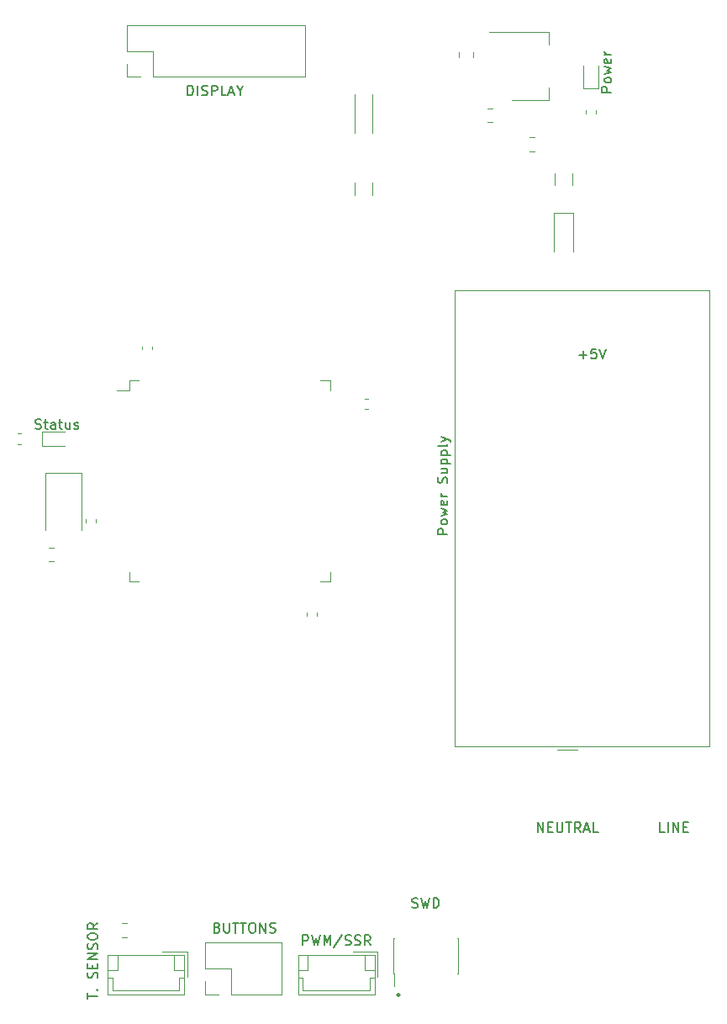
<source format=gbr>
G04 #@! TF.GenerationSoftware,KiCad,Pcbnew,(5.1.6)-1*
G04 #@! TF.CreationDate,2020-05-29T02:21:24-04:00*
G04 #@! TF.ProjectId,T-ShirtPress,542d5368-6972-4745-9072-6573732e6b69,rev?*
G04 #@! TF.SameCoordinates,Original*
G04 #@! TF.FileFunction,Legend,Top*
G04 #@! TF.FilePolarity,Positive*
%FSLAX46Y46*%
G04 Gerber Fmt 4.6, Leading zero omitted, Abs format (unit mm)*
G04 Created by KiCad (PCBNEW (5.1.6)-1) date 2020-05-29 02:21:24*
%MOMM*%
%LPD*%
G01*
G04 APERTURE LIST*
%ADD10C,0.150000*%
%ADD11C,0.120000*%
G04 APERTURE END LIST*
D10*
X75000000Y-128571428D02*
X75142857Y-128714285D01*
X75000000Y-128857142D01*
X74857142Y-128714285D01*
X75000000Y-128571428D01*
X75000000Y-128857142D01*
X93214285Y-64321428D02*
X93976190Y-64321428D01*
X93595238Y-64702380D02*
X93595238Y-63940476D01*
X94928571Y-63702380D02*
X94452380Y-63702380D01*
X94404761Y-64178571D01*
X94452380Y-64130952D01*
X94547619Y-64083333D01*
X94785714Y-64083333D01*
X94880952Y-64130952D01*
X94928571Y-64178571D01*
X94976190Y-64273809D01*
X94976190Y-64511904D01*
X94928571Y-64607142D01*
X94880952Y-64654761D01*
X94785714Y-64702380D01*
X94547619Y-64702380D01*
X94452380Y-64654761D01*
X94404761Y-64607142D01*
X95261904Y-63702380D02*
X95595238Y-64702380D01*
X95928571Y-63702380D01*
X53761904Y-38202380D02*
X53761904Y-37202380D01*
X54000000Y-37202380D01*
X54142857Y-37250000D01*
X54238095Y-37345238D01*
X54285714Y-37440476D01*
X54333333Y-37630952D01*
X54333333Y-37773809D01*
X54285714Y-37964285D01*
X54238095Y-38059523D01*
X54142857Y-38154761D01*
X54000000Y-38202380D01*
X53761904Y-38202380D01*
X54761904Y-38202380D02*
X54761904Y-37202380D01*
X55190476Y-38154761D02*
X55333333Y-38202380D01*
X55571428Y-38202380D01*
X55666666Y-38154761D01*
X55714285Y-38107142D01*
X55761904Y-38011904D01*
X55761904Y-37916666D01*
X55714285Y-37821428D01*
X55666666Y-37773809D01*
X55571428Y-37726190D01*
X55380952Y-37678571D01*
X55285714Y-37630952D01*
X55238095Y-37583333D01*
X55190476Y-37488095D01*
X55190476Y-37392857D01*
X55238095Y-37297619D01*
X55285714Y-37250000D01*
X55380952Y-37202380D01*
X55619047Y-37202380D01*
X55761904Y-37250000D01*
X56190476Y-38202380D02*
X56190476Y-37202380D01*
X56571428Y-37202380D01*
X56666666Y-37250000D01*
X56714285Y-37297619D01*
X56761904Y-37392857D01*
X56761904Y-37535714D01*
X56714285Y-37630952D01*
X56666666Y-37678571D01*
X56571428Y-37726190D01*
X56190476Y-37726190D01*
X57666666Y-38202380D02*
X57190476Y-38202380D01*
X57190476Y-37202380D01*
X57952380Y-37916666D02*
X58428571Y-37916666D01*
X57857142Y-38202380D02*
X58190476Y-37202380D01*
X58523809Y-38202380D01*
X59047619Y-37726190D02*
X59047619Y-38202380D01*
X58714285Y-37202380D02*
X59047619Y-37726190D01*
X59380952Y-37202380D01*
X43702380Y-129107142D02*
X43702380Y-128535714D01*
X44702380Y-128821428D02*
X43702380Y-128821428D01*
X44607142Y-128202380D02*
X44654761Y-128154761D01*
X44702380Y-128202380D01*
X44654761Y-128250000D01*
X44607142Y-128202380D01*
X44702380Y-128202380D01*
X44654761Y-127011904D02*
X44702380Y-126869047D01*
X44702380Y-126630952D01*
X44654761Y-126535714D01*
X44607142Y-126488095D01*
X44511904Y-126440476D01*
X44416666Y-126440476D01*
X44321428Y-126488095D01*
X44273809Y-126535714D01*
X44226190Y-126630952D01*
X44178571Y-126821428D01*
X44130952Y-126916666D01*
X44083333Y-126964285D01*
X43988095Y-127011904D01*
X43892857Y-127011904D01*
X43797619Y-126964285D01*
X43750000Y-126916666D01*
X43702380Y-126821428D01*
X43702380Y-126583333D01*
X43750000Y-126440476D01*
X44178571Y-126011904D02*
X44178571Y-125678571D01*
X44702380Y-125535714D02*
X44702380Y-126011904D01*
X43702380Y-126011904D01*
X43702380Y-125535714D01*
X44702380Y-125107142D02*
X43702380Y-125107142D01*
X44702380Y-124535714D01*
X43702380Y-124535714D01*
X44654761Y-124107142D02*
X44702380Y-123964285D01*
X44702380Y-123726190D01*
X44654761Y-123630952D01*
X44607142Y-123583333D01*
X44511904Y-123535714D01*
X44416666Y-123535714D01*
X44321428Y-123583333D01*
X44273809Y-123630952D01*
X44226190Y-123726190D01*
X44178571Y-123916666D01*
X44130952Y-124011904D01*
X44083333Y-124059523D01*
X43988095Y-124107142D01*
X43892857Y-124107142D01*
X43797619Y-124059523D01*
X43750000Y-124011904D01*
X43702380Y-123916666D01*
X43702380Y-123678571D01*
X43750000Y-123535714D01*
X43702380Y-122916666D02*
X43702380Y-122726190D01*
X43750000Y-122630952D01*
X43845238Y-122535714D01*
X44035714Y-122488095D01*
X44369047Y-122488095D01*
X44559523Y-122535714D01*
X44654761Y-122630952D01*
X44702380Y-122726190D01*
X44702380Y-122916666D01*
X44654761Y-123011904D01*
X44559523Y-123107142D01*
X44369047Y-123154761D01*
X44035714Y-123154761D01*
X43845238Y-123107142D01*
X43750000Y-123011904D01*
X43702380Y-122916666D01*
X44702380Y-121488095D02*
X44226190Y-121821428D01*
X44702380Y-122059523D02*
X43702380Y-122059523D01*
X43702380Y-121678571D01*
X43750000Y-121583333D01*
X43797619Y-121535714D01*
X43892857Y-121488095D01*
X44035714Y-121488095D01*
X44130952Y-121535714D01*
X44178571Y-121583333D01*
X44226190Y-121678571D01*
X44226190Y-122059523D01*
X56761904Y-121928571D02*
X56904761Y-121976190D01*
X56952380Y-122023809D01*
X57000000Y-122119047D01*
X57000000Y-122261904D01*
X56952380Y-122357142D01*
X56904761Y-122404761D01*
X56809523Y-122452380D01*
X56428571Y-122452380D01*
X56428571Y-121452380D01*
X56761904Y-121452380D01*
X56857142Y-121500000D01*
X56904761Y-121547619D01*
X56952380Y-121642857D01*
X56952380Y-121738095D01*
X56904761Y-121833333D01*
X56857142Y-121880952D01*
X56761904Y-121928571D01*
X56428571Y-121928571D01*
X57428571Y-121452380D02*
X57428571Y-122261904D01*
X57476190Y-122357142D01*
X57523809Y-122404761D01*
X57619047Y-122452380D01*
X57809523Y-122452380D01*
X57904761Y-122404761D01*
X57952380Y-122357142D01*
X58000000Y-122261904D01*
X58000000Y-121452380D01*
X58333333Y-121452380D02*
X58904761Y-121452380D01*
X58619047Y-122452380D02*
X58619047Y-121452380D01*
X59095238Y-121452380D02*
X59666666Y-121452380D01*
X59380952Y-122452380D02*
X59380952Y-121452380D01*
X60190476Y-121452380D02*
X60380952Y-121452380D01*
X60476190Y-121500000D01*
X60571428Y-121595238D01*
X60619047Y-121785714D01*
X60619047Y-122119047D01*
X60571428Y-122309523D01*
X60476190Y-122404761D01*
X60380952Y-122452380D01*
X60190476Y-122452380D01*
X60095238Y-122404761D01*
X60000000Y-122309523D01*
X59952380Y-122119047D01*
X59952380Y-121785714D01*
X60000000Y-121595238D01*
X60095238Y-121500000D01*
X60190476Y-121452380D01*
X61047619Y-122452380D02*
X61047619Y-121452380D01*
X61619047Y-122452380D01*
X61619047Y-121452380D01*
X62047619Y-122404761D02*
X62190476Y-122452380D01*
X62428571Y-122452380D01*
X62523809Y-122404761D01*
X62571428Y-122357142D01*
X62619047Y-122261904D01*
X62619047Y-122166666D01*
X62571428Y-122071428D01*
X62523809Y-122023809D01*
X62428571Y-121976190D01*
X62238095Y-121928571D01*
X62142857Y-121880952D01*
X62095238Y-121833333D01*
X62047619Y-121738095D01*
X62047619Y-121642857D01*
X62095238Y-121547619D01*
X62142857Y-121500000D01*
X62238095Y-121452380D01*
X62476190Y-121452380D01*
X62619047Y-121500000D01*
X65369047Y-123702380D02*
X65369047Y-122702380D01*
X65750000Y-122702380D01*
X65845238Y-122750000D01*
X65892857Y-122797619D01*
X65940476Y-122892857D01*
X65940476Y-123035714D01*
X65892857Y-123130952D01*
X65845238Y-123178571D01*
X65750000Y-123226190D01*
X65369047Y-123226190D01*
X66273809Y-122702380D02*
X66511904Y-123702380D01*
X66702380Y-122988095D01*
X66892857Y-123702380D01*
X67130952Y-122702380D01*
X67511904Y-123702380D02*
X67511904Y-122702380D01*
X67845238Y-123416666D01*
X68178571Y-122702380D01*
X68178571Y-123702380D01*
X69369047Y-122654761D02*
X68511904Y-123940476D01*
X69654761Y-123654761D02*
X69797619Y-123702380D01*
X70035714Y-123702380D01*
X70130952Y-123654761D01*
X70178571Y-123607142D01*
X70226190Y-123511904D01*
X70226190Y-123416666D01*
X70178571Y-123321428D01*
X70130952Y-123273809D01*
X70035714Y-123226190D01*
X69845238Y-123178571D01*
X69750000Y-123130952D01*
X69702380Y-123083333D01*
X69654761Y-122988095D01*
X69654761Y-122892857D01*
X69702380Y-122797619D01*
X69750000Y-122750000D01*
X69845238Y-122702380D01*
X70083333Y-122702380D01*
X70226190Y-122750000D01*
X70607142Y-123654761D02*
X70750000Y-123702380D01*
X70988095Y-123702380D01*
X71083333Y-123654761D01*
X71130952Y-123607142D01*
X71178571Y-123511904D01*
X71178571Y-123416666D01*
X71130952Y-123321428D01*
X71083333Y-123273809D01*
X70988095Y-123226190D01*
X70797619Y-123178571D01*
X70702380Y-123130952D01*
X70654761Y-123083333D01*
X70607142Y-122988095D01*
X70607142Y-122892857D01*
X70654761Y-122797619D01*
X70702380Y-122750000D01*
X70797619Y-122702380D01*
X71035714Y-122702380D01*
X71178571Y-122750000D01*
X72178571Y-123702380D02*
X71845238Y-123226190D01*
X71607142Y-123702380D02*
X71607142Y-122702380D01*
X71988095Y-122702380D01*
X72083333Y-122750000D01*
X72130952Y-122797619D01*
X72178571Y-122892857D01*
X72178571Y-123035714D01*
X72130952Y-123130952D01*
X72083333Y-123178571D01*
X71988095Y-123226190D01*
X71607142Y-123226190D01*
X76392857Y-119904761D02*
X76535714Y-119952380D01*
X76773809Y-119952380D01*
X76869047Y-119904761D01*
X76916666Y-119857142D01*
X76964285Y-119761904D01*
X76964285Y-119666666D01*
X76916666Y-119571428D01*
X76869047Y-119523809D01*
X76773809Y-119476190D01*
X76583333Y-119428571D01*
X76488095Y-119380952D01*
X76440476Y-119333333D01*
X76392857Y-119238095D01*
X76392857Y-119142857D01*
X76440476Y-119047619D01*
X76488095Y-119000000D01*
X76583333Y-118952380D01*
X76821428Y-118952380D01*
X76964285Y-119000000D01*
X77297619Y-118952380D02*
X77535714Y-119952380D01*
X77726190Y-119238095D01*
X77916666Y-119952380D01*
X78154761Y-118952380D01*
X78535714Y-119952380D02*
X78535714Y-118952380D01*
X78773809Y-118952380D01*
X78916666Y-119000000D01*
X79011904Y-119095238D01*
X79059523Y-119190476D01*
X79107142Y-119380952D01*
X79107142Y-119523809D01*
X79059523Y-119714285D01*
X79011904Y-119809523D01*
X78916666Y-119904761D01*
X78773809Y-119952380D01*
X78535714Y-119952380D01*
D11*
X84458578Y-40910000D02*
X83941422Y-40910000D01*
X84458578Y-39490000D02*
X83941422Y-39490000D01*
X82510000Y-34358578D02*
X82510000Y-33841422D01*
X81090000Y-34358578D02*
X81090000Y-33841422D01*
X50210000Y-63762779D02*
X50210000Y-63437221D01*
X49190000Y-63762779D02*
X49190000Y-63437221D01*
X65790000Y-90237221D02*
X65790000Y-90562779D01*
X66810000Y-90237221D02*
X66810000Y-90562779D01*
X71637221Y-68690000D02*
X71962779Y-68690000D01*
X71637221Y-69710000D02*
X71962779Y-69710000D01*
X92650000Y-50050000D02*
X92650000Y-53950000D01*
X90650000Y-50050000D02*
X90650000Y-53950000D01*
X92650000Y-50050000D02*
X90650000Y-50050000D01*
X92560000Y-47202064D02*
X92560000Y-45997936D01*
X90740000Y-47202064D02*
X90740000Y-45997936D01*
X88191422Y-42390000D02*
X88708578Y-42390000D01*
X88191422Y-43810000D02*
X88708578Y-43810000D01*
X40258578Y-83690000D02*
X39741422Y-83690000D01*
X40258578Y-85110000D02*
X39741422Y-85110000D01*
X80920000Y-122985000D02*
X80985000Y-122985000D01*
X80920000Y-126515000D02*
X80985000Y-126515000D01*
X74515000Y-122985000D02*
X74580000Y-122985000D01*
X74515000Y-126515000D02*
X74580000Y-126515000D01*
X74580000Y-127840000D02*
X74580000Y-126515000D01*
X80985000Y-126515000D02*
X80985000Y-122985000D01*
X74515000Y-126515000D02*
X74515000Y-122985000D01*
X53410000Y-128710000D02*
X53410000Y-124690000D01*
X53410000Y-124690000D02*
X45690000Y-124690000D01*
X45690000Y-124690000D02*
X45690000Y-128710000D01*
X45690000Y-128710000D02*
X53410000Y-128710000D01*
X53410000Y-127000000D02*
X52910000Y-127000000D01*
X52910000Y-127000000D02*
X52910000Y-128210000D01*
X52910000Y-128210000D02*
X46190000Y-128210000D01*
X46190000Y-128210000D02*
X46190000Y-127000000D01*
X46190000Y-127000000D02*
X45690000Y-127000000D01*
X53410000Y-126190000D02*
X52410000Y-126190000D01*
X52410000Y-126190000D02*
X52410000Y-124690000D01*
X45690000Y-126190000D02*
X46690000Y-126190000D01*
X46690000Y-126190000D02*
X46690000Y-124690000D01*
X53710000Y-126890000D02*
X53710000Y-124390000D01*
X53710000Y-124390000D02*
X51210000Y-124390000D01*
X72910000Y-124390000D02*
X70410000Y-124390000D01*
X72910000Y-126890000D02*
X72910000Y-124390000D01*
X65890000Y-126190000D02*
X65890000Y-124690000D01*
X64890000Y-126190000D02*
X65890000Y-126190000D01*
X71610000Y-126190000D02*
X71610000Y-124690000D01*
X72610000Y-126190000D02*
X71610000Y-126190000D01*
X65390000Y-127000000D02*
X64890000Y-127000000D01*
X65390000Y-128210000D02*
X65390000Y-127000000D01*
X72110000Y-128210000D02*
X65390000Y-128210000D01*
X72110000Y-127000000D02*
X72110000Y-128210000D01*
X72610000Y-127000000D02*
X72110000Y-127000000D01*
X64890000Y-128710000D02*
X72610000Y-128710000D01*
X64890000Y-124690000D02*
X64890000Y-128710000D01*
X72610000Y-124690000D02*
X64890000Y-124690000D01*
X72610000Y-128710000D02*
X72610000Y-124690000D01*
X80700000Y-103700000D02*
X106300000Y-103700000D01*
X106300000Y-103700000D02*
X106300000Y-57800000D01*
X80700000Y-103700000D02*
X80700000Y-57800000D01*
X80700000Y-57800000D02*
X106300000Y-57800000D01*
X91000000Y-104000000D02*
X93000000Y-104000000D01*
X47658578Y-121490000D02*
X47141422Y-121490000D01*
X47658578Y-122910000D02*
X47141422Y-122910000D01*
X44510000Y-80837221D02*
X44510000Y-81162779D01*
X43490000Y-80837221D02*
X43490000Y-81162779D01*
X70580000Y-38120000D02*
X70580000Y-41960000D01*
X72420000Y-38120000D02*
X72420000Y-41960000D01*
X70590000Y-46997936D02*
X70590000Y-48202064D01*
X72410000Y-46997936D02*
X72410000Y-48202064D01*
X84150000Y-31840000D02*
X90160000Y-31840000D01*
X86400000Y-38660000D02*
X90160000Y-38660000D01*
X90160000Y-31840000D02*
X90160000Y-33100000D01*
X90160000Y-38660000D02*
X90160000Y-37400000D01*
X47890000Y-67840000D02*
X46600000Y-67840000D01*
X47890000Y-66890000D02*
X47890000Y-67840000D01*
X48840000Y-66890000D02*
X47890000Y-66890000D01*
X68110000Y-66890000D02*
X68110000Y-67840000D01*
X67160000Y-66890000D02*
X68110000Y-66890000D01*
X47890000Y-87110000D02*
X47890000Y-86160000D01*
X48840000Y-87110000D02*
X47890000Y-87110000D01*
X68110000Y-87110000D02*
X68110000Y-86160000D01*
X67160000Y-87110000D02*
X68110000Y-87110000D01*
X39450000Y-76200000D02*
X39450000Y-81950000D01*
X43050000Y-76200000D02*
X39450000Y-76200000D01*
X43050000Y-81950000D02*
X43050000Y-76200000D01*
X47670000Y-36330000D02*
X47670000Y-35000000D01*
X49000000Y-36330000D02*
X47670000Y-36330000D01*
X47670000Y-33730000D02*
X47670000Y-31130000D01*
X50270000Y-33730000D02*
X47670000Y-33730000D01*
X50270000Y-36330000D02*
X50270000Y-33730000D01*
X47670000Y-31130000D02*
X65570000Y-31130000D01*
X50270000Y-36330000D02*
X65570000Y-36330000D01*
X65570000Y-36330000D02*
X65570000Y-31130000D01*
X63270000Y-128630000D02*
X63270000Y-123430000D01*
X58130000Y-128630000D02*
X63270000Y-128630000D01*
X55530000Y-123430000D02*
X63270000Y-123430000D01*
X58130000Y-128630000D02*
X58130000Y-126030000D01*
X58130000Y-126030000D02*
X55530000Y-126030000D01*
X55530000Y-126030000D02*
X55530000Y-123430000D01*
X56860000Y-128630000D02*
X55530000Y-128630000D01*
X55530000Y-128630000D02*
X55530000Y-127300000D01*
X39115000Y-73485000D02*
X41400000Y-73485000D01*
X39115000Y-72015000D02*
X39115000Y-73485000D01*
X41400000Y-72015000D02*
X39115000Y-72015000D01*
X93665000Y-35200000D02*
X93665000Y-37485000D01*
X93665000Y-37485000D02*
X95135000Y-37485000D01*
X95135000Y-37485000D02*
X95135000Y-35200000D01*
X37000279Y-72240000D02*
X36674721Y-72240000D01*
X37000279Y-73260000D02*
X36674721Y-73260000D01*
X93890000Y-40000279D02*
X93890000Y-39674721D01*
X94910000Y-40000279D02*
X94910000Y-39674721D01*
D10*
X79952380Y-82333333D02*
X78952380Y-82333333D01*
X78952380Y-81952380D01*
X79000000Y-81857142D01*
X79047619Y-81809523D01*
X79142857Y-81761904D01*
X79285714Y-81761904D01*
X79380952Y-81809523D01*
X79428571Y-81857142D01*
X79476190Y-81952380D01*
X79476190Y-82333333D01*
X79952380Y-81190476D02*
X79904761Y-81285714D01*
X79857142Y-81333333D01*
X79761904Y-81380952D01*
X79476190Y-81380952D01*
X79380952Y-81333333D01*
X79333333Y-81285714D01*
X79285714Y-81190476D01*
X79285714Y-81047619D01*
X79333333Y-80952380D01*
X79380952Y-80904761D01*
X79476190Y-80857142D01*
X79761904Y-80857142D01*
X79857142Y-80904761D01*
X79904761Y-80952380D01*
X79952380Y-81047619D01*
X79952380Y-81190476D01*
X79285714Y-80523809D02*
X79952380Y-80333333D01*
X79476190Y-80142857D01*
X79952380Y-79952380D01*
X79285714Y-79761904D01*
X79904761Y-79000000D02*
X79952380Y-79095238D01*
X79952380Y-79285714D01*
X79904761Y-79380952D01*
X79809523Y-79428571D01*
X79428571Y-79428571D01*
X79333333Y-79380952D01*
X79285714Y-79285714D01*
X79285714Y-79095238D01*
X79333333Y-79000000D01*
X79428571Y-78952380D01*
X79523809Y-78952380D01*
X79619047Y-79428571D01*
X79952380Y-78523809D02*
X79285714Y-78523809D01*
X79476190Y-78523809D02*
X79380952Y-78476190D01*
X79333333Y-78428571D01*
X79285714Y-78333333D01*
X79285714Y-78238095D01*
X79904761Y-77190476D02*
X79952380Y-77047619D01*
X79952380Y-76809523D01*
X79904761Y-76714285D01*
X79857142Y-76666666D01*
X79761904Y-76619047D01*
X79666666Y-76619047D01*
X79571428Y-76666666D01*
X79523809Y-76714285D01*
X79476190Y-76809523D01*
X79428571Y-77000000D01*
X79380952Y-77095238D01*
X79333333Y-77142857D01*
X79238095Y-77190476D01*
X79142857Y-77190476D01*
X79047619Y-77142857D01*
X79000000Y-77095238D01*
X78952380Y-77000000D01*
X78952380Y-76761904D01*
X79000000Y-76619047D01*
X79285714Y-75761904D02*
X79952380Y-75761904D01*
X79285714Y-76190476D02*
X79809523Y-76190476D01*
X79904761Y-76142857D01*
X79952380Y-76047619D01*
X79952380Y-75904761D01*
X79904761Y-75809523D01*
X79857142Y-75761904D01*
X79285714Y-75285714D02*
X80285714Y-75285714D01*
X79333333Y-75285714D02*
X79285714Y-75190476D01*
X79285714Y-75000000D01*
X79333333Y-74904761D01*
X79380952Y-74857142D01*
X79476190Y-74809523D01*
X79761904Y-74809523D01*
X79857142Y-74857142D01*
X79904761Y-74904761D01*
X79952380Y-75000000D01*
X79952380Y-75190476D01*
X79904761Y-75285714D01*
X79285714Y-74380952D02*
X80285714Y-74380952D01*
X79333333Y-74380952D02*
X79285714Y-74285714D01*
X79285714Y-74095238D01*
X79333333Y-74000000D01*
X79380952Y-73952380D01*
X79476190Y-73904761D01*
X79761904Y-73904761D01*
X79857142Y-73952380D01*
X79904761Y-74000000D01*
X79952380Y-74095238D01*
X79952380Y-74285714D01*
X79904761Y-74380952D01*
X79952380Y-73333333D02*
X79904761Y-73428571D01*
X79809523Y-73476190D01*
X78952380Y-73476190D01*
X79285714Y-73047619D02*
X79952380Y-72809523D01*
X79285714Y-72571428D02*
X79952380Y-72809523D01*
X80190476Y-72904761D01*
X80238095Y-72952380D01*
X80285714Y-73047619D01*
X101845238Y-112352380D02*
X101369047Y-112352380D01*
X101369047Y-111352380D01*
X102178571Y-112352380D02*
X102178571Y-111352380D01*
X102654761Y-112352380D02*
X102654761Y-111352380D01*
X103226190Y-112352380D01*
X103226190Y-111352380D01*
X103702380Y-111828571D02*
X104035714Y-111828571D01*
X104178571Y-112352380D02*
X103702380Y-112352380D01*
X103702380Y-111352380D01*
X104178571Y-111352380D01*
X89023809Y-112352380D02*
X89023809Y-111352380D01*
X89595238Y-112352380D01*
X89595238Y-111352380D01*
X90071428Y-111828571D02*
X90404761Y-111828571D01*
X90547619Y-112352380D02*
X90071428Y-112352380D01*
X90071428Y-111352380D01*
X90547619Y-111352380D01*
X90976190Y-111352380D02*
X90976190Y-112161904D01*
X91023809Y-112257142D01*
X91071428Y-112304761D01*
X91166666Y-112352380D01*
X91357142Y-112352380D01*
X91452380Y-112304761D01*
X91500000Y-112257142D01*
X91547619Y-112161904D01*
X91547619Y-111352380D01*
X91880952Y-111352380D02*
X92452380Y-111352380D01*
X92166666Y-112352380D02*
X92166666Y-111352380D01*
X93357142Y-112352380D02*
X93023809Y-111876190D01*
X92785714Y-112352380D02*
X92785714Y-111352380D01*
X93166666Y-111352380D01*
X93261904Y-111400000D01*
X93309523Y-111447619D01*
X93357142Y-111542857D01*
X93357142Y-111685714D01*
X93309523Y-111780952D01*
X93261904Y-111828571D01*
X93166666Y-111876190D01*
X92785714Y-111876190D01*
X93738095Y-112066666D02*
X94214285Y-112066666D01*
X93642857Y-112352380D02*
X93976190Y-111352380D01*
X94309523Y-112352380D01*
X95119047Y-112352380D02*
X94642857Y-112352380D01*
X94642857Y-111352380D01*
X38433333Y-71724761D02*
X38576190Y-71772380D01*
X38814285Y-71772380D01*
X38909523Y-71724761D01*
X38957142Y-71677142D01*
X39004761Y-71581904D01*
X39004761Y-71486666D01*
X38957142Y-71391428D01*
X38909523Y-71343809D01*
X38814285Y-71296190D01*
X38623809Y-71248571D01*
X38528571Y-71200952D01*
X38480952Y-71153333D01*
X38433333Y-71058095D01*
X38433333Y-70962857D01*
X38480952Y-70867619D01*
X38528571Y-70820000D01*
X38623809Y-70772380D01*
X38861904Y-70772380D01*
X39004761Y-70820000D01*
X39290476Y-71105714D02*
X39671428Y-71105714D01*
X39433333Y-70772380D02*
X39433333Y-71629523D01*
X39480952Y-71724761D01*
X39576190Y-71772380D01*
X39671428Y-71772380D01*
X40433333Y-71772380D02*
X40433333Y-71248571D01*
X40385714Y-71153333D01*
X40290476Y-71105714D01*
X40100000Y-71105714D01*
X40004761Y-71153333D01*
X40433333Y-71724761D02*
X40338095Y-71772380D01*
X40100000Y-71772380D01*
X40004761Y-71724761D01*
X39957142Y-71629523D01*
X39957142Y-71534285D01*
X40004761Y-71439047D01*
X40100000Y-71391428D01*
X40338095Y-71391428D01*
X40433333Y-71343809D01*
X40766666Y-71105714D02*
X41147619Y-71105714D01*
X40909523Y-70772380D02*
X40909523Y-71629523D01*
X40957142Y-71724761D01*
X41052380Y-71772380D01*
X41147619Y-71772380D01*
X41909523Y-71105714D02*
X41909523Y-71772380D01*
X41480952Y-71105714D02*
X41480952Y-71629523D01*
X41528571Y-71724761D01*
X41623809Y-71772380D01*
X41766666Y-71772380D01*
X41861904Y-71724761D01*
X41909523Y-71677142D01*
X42338095Y-71724761D02*
X42433333Y-71772380D01*
X42623809Y-71772380D01*
X42719047Y-71724761D01*
X42766666Y-71629523D01*
X42766666Y-71581904D01*
X42719047Y-71486666D01*
X42623809Y-71439047D01*
X42480952Y-71439047D01*
X42385714Y-71391428D01*
X42338095Y-71296190D01*
X42338095Y-71248571D01*
X42385714Y-71153333D01*
X42480952Y-71105714D01*
X42623809Y-71105714D01*
X42719047Y-71153333D01*
X96452380Y-37876190D02*
X95452380Y-37876190D01*
X95452380Y-37495238D01*
X95500000Y-37400000D01*
X95547619Y-37352380D01*
X95642857Y-37304761D01*
X95785714Y-37304761D01*
X95880952Y-37352380D01*
X95928571Y-37400000D01*
X95976190Y-37495238D01*
X95976190Y-37876190D01*
X96452380Y-36733333D02*
X96404761Y-36828571D01*
X96357142Y-36876190D01*
X96261904Y-36923809D01*
X95976190Y-36923809D01*
X95880952Y-36876190D01*
X95833333Y-36828571D01*
X95785714Y-36733333D01*
X95785714Y-36590476D01*
X95833333Y-36495238D01*
X95880952Y-36447619D01*
X95976190Y-36400000D01*
X96261904Y-36400000D01*
X96357142Y-36447619D01*
X96404761Y-36495238D01*
X96452380Y-36590476D01*
X96452380Y-36733333D01*
X95785714Y-36066666D02*
X96452380Y-35876190D01*
X95976190Y-35685714D01*
X96452380Y-35495238D01*
X95785714Y-35304761D01*
X96404761Y-34542857D02*
X96452380Y-34638095D01*
X96452380Y-34828571D01*
X96404761Y-34923809D01*
X96309523Y-34971428D01*
X95928571Y-34971428D01*
X95833333Y-34923809D01*
X95785714Y-34828571D01*
X95785714Y-34638095D01*
X95833333Y-34542857D01*
X95928571Y-34495238D01*
X96023809Y-34495238D01*
X96119047Y-34971428D01*
X96452380Y-34066666D02*
X95785714Y-34066666D01*
X95976190Y-34066666D02*
X95880952Y-34019047D01*
X95833333Y-33971428D01*
X95785714Y-33876190D01*
X95785714Y-33780952D01*
M02*

</source>
